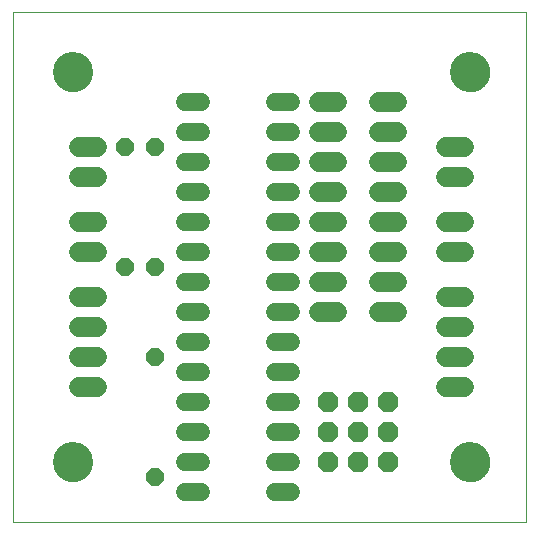
<source format=gts>
G75*
%MOIN*%
%OFA0B0*%
%FSLAX25Y25*%
%IPPOS*%
%LPD*%
%AMOC8*
5,1,8,0,0,1.08239X$1,22.5*
%
%ADD10C,0.00000*%
%ADD11C,0.13398*%
%ADD12C,0.06000*%
%ADD13C,0.06800*%
%ADD14OC8,0.06800*%
%ADD15OC8,0.06000*%
D10*
X0021500Y0004000D02*
X0021500Y0173961D01*
X0192701Y0173961D01*
X0192701Y0004000D01*
X0021500Y0004000D01*
X0035201Y0024000D02*
X0035203Y0024158D01*
X0035209Y0024316D01*
X0035219Y0024474D01*
X0035233Y0024632D01*
X0035251Y0024789D01*
X0035272Y0024946D01*
X0035298Y0025102D01*
X0035328Y0025258D01*
X0035361Y0025413D01*
X0035399Y0025566D01*
X0035440Y0025719D01*
X0035485Y0025871D01*
X0035534Y0026022D01*
X0035587Y0026171D01*
X0035643Y0026319D01*
X0035703Y0026465D01*
X0035767Y0026610D01*
X0035835Y0026753D01*
X0035906Y0026895D01*
X0035980Y0027035D01*
X0036058Y0027172D01*
X0036140Y0027308D01*
X0036224Y0027442D01*
X0036313Y0027573D01*
X0036404Y0027702D01*
X0036499Y0027829D01*
X0036596Y0027954D01*
X0036697Y0028076D01*
X0036801Y0028195D01*
X0036908Y0028312D01*
X0037018Y0028426D01*
X0037131Y0028537D01*
X0037246Y0028646D01*
X0037364Y0028751D01*
X0037485Y0028853D01*
X0037608Y0028953D01*
X0037734Y0029049D01*
X0037862Y0029142D01*
X0037992Y0029232D01*
X0038125Y0029318D01*
X0038260Y0029402D01*
X0038396Y0029481D01*
X0038535Y0029558D01*
X0038676Y0029630D01*
X0038818Y0029700D01*
X0038962Y0029765D01*
X0039108Y0029827D01*
X0039255Y0029885D01*
X0039404Y0029940D01*
X0039554Y0029991D01*
X0039705Y0030038D01*
X0039857Y0030081D01*
X0040010Y0030120D01*
X0040165Y0030156D01*
X0040320Y0030187D01*
X0040476Y0030215D01*
X0040632Y0030239D01*
X0040789Y0030259D01*
X0040947Y0030275D01*
X0041104Y0030287D01*
X0041263Y0030295D01*
X0041421Y0030299D01*
X0041579Y0030299D01*
X0041737Y0030295D01*
X0041896Y0030287D01*
X0042053Y0030275D01*
X0042211Y0030259D01*
X0042368Y0030239D01*
X0042524Y0030215D01*
X0042680Y0030187D01*
X0042835Y0030156D01*
X0042990Y0030120D01*
X0043143Y0030081D01*
X0043295Y0030038D01*
X0043446Y0029991D01*
X0043596Y0029940D01*
X0043745Y0029885D01*
X0043892Y0029827D01*
X0044038Y0029765D01*
X0044182Y0029700D01*
X0044324Y0029630D01*
X0044465Y0029558D01*
X0044604Y0029481D01*
X0044740Y0029402D01*
X0044875Y0029318D01*
X0045008Y0029232D01*
X0045138Y0029142D01*
X0045266Y0029049D01*
X0045392Y0028953D01*
X0045515Y0028853D01*
X0045636Y0028751D01*
X0045754Y0028646D01*
X0045869Y0028537D01*
X0045982Y0028426D01*
X0046092Y0028312D01*
X0046199Y0028195D01*
X0046303Y0028076D01*
X0046404Y0027954D01*
X0046501Y0027829D01*
X0046596Y0027702D01*
X0046687Y0027573D01*
X0046776Y0027442D01*
X0046860Y0027308D01*
X0046942Y0027172D01*
X0047020Y0027035D01*
X0047094Y0026895D01*
X0047165Y0026753D01*
X0047233Y0026610D01*
X0047297Y0026465D01*
X0047357Y0026319D01*
X0047413Y0026171D01*
X0047466Y0026022D01*
X0047515Y0025871D01*
X0047560Y0025719D01*
X0047601Y0025566D01*
X0047639Y0025413D01*
X0047672Y0025258D01*
X0047702Y0025102D01*
X0047728Y0024946D01*
X0047749Y0024789D01*
X0047767Y0024632D01*
X0047781Y0024474D01*
X0047791Y0024316D01*
X0047797Y0024158D01*
X0047799Y0024000D01*
X0047797Y0023842D01*
X0047791Y0023684D01*
X0047781Y0023526D01*
X0047767Y0023368D01*
X0047749Y0023211D01*
X0047728Y0023054D01*
X0047702Y0022898D01*
X0047672Y0022742D01*
X0047639Y0022587D01*
X0047601Y0022434D01*
X0047560Y0022281D01*
X0047515Y0022129D01*
X0047466Y0021978D01*
X0047413Y0021829D01*
X0047357Y0021681D01*
X0047297Y0021535D01*
X0047233Y0021390D01*
X0047165Y0021247D01*
X0047094Y0021105D01*
X0047020Y0020965D01*
X0046942Y0020828D01*
X0046860Y0020692D01*
X0046776Y0020558D01*
X0046687Y0020427D01*
X0046596Y0020298D01*
X0046501Y0020171D01*
X0046404Y0020046D01*
X0046303Y0019924D01*
X0046199Y0019805D01*
X0046092Y0019688D01*
X0045982Y0019574D01*
X0045869Y0019463D01*
X0045754Y0019354D01*
X0045636Y0019249D01*
X0045515Y0019147D01*
X0045392Y0019047D01*
X0045266Y0018951D01*
X0045138Y0018858D01*
X0045008Y0018768D01*
X0044875Y0018682D01*
X0044740Y0018598D01*
X0044604Y0018519D01*
X0044465Y0018442D01*
X0044324Y0018370D01*
X0044182Y0018300D01*
X0044038Y0018235D01*
X0043892Y0018173D01*
X0043745Y0018115D01*
X0043596Y0018060D01*
X0043446Y0018009D01*
X0043295Y0017962D01*
X0043143Y0017919D01*
X0042990Y0017880D01*
X0042835Y0017844D01*
X0042680Y0017813D01*
X0042524Y0017785D01*
X0042368Y0017761D01*
X0042211Y0017741D01*
X0042053Y0017725D01*
X0041896Y0017713D01*
X0041737Y0017705D01*
X0041579Y0017701D01*
X0041421Y0017701D01*
X0041263Y0017705D01*
X0041104Y0017713D01*
X0040947Y0017725D01*
X0040789Y0017741D01*
X0040632Y0017761D01*
X0040476Y0017785D01*
X0040320Y0017813D01*
X0040165Y0017844D01*
X0040010Y0017880D01*
X0039857Y0017919D01*
X0039705Y0017962D01*
X0039554Y0018009D01*
X0039404Y0018060D01*
X0039255Y0018115D01*
X0039108Y0018173D01*
X0038962Y0018235D01*
X0038818Y0018300D01*
X0038676Y0018370D01*
X0038535Y0018442D01*
X0038396Y0018519D01*
X0038260Y0018598D01*
X0038125Y0018682D01*
X0037992Y0018768D01*
X0037862Y0018858D01*
X0037734Y0018951D01*
X0037608Y0019047D01*
X0037485Y0019147D01*
X0037364Y0019249D01*
X0037246Y0019354D01*
X0037131Y0019463D01*
X0037018Y0019574D01*
X0036908Y0019688D01*
X0036801Y0019805D01*
X0036697Y0019924D01*
X0036596Y0020046D01*
X0036499Y0020171D01*
X0036404Y0020298D01*
X0036313Y0020427D01*
X0036224Y0020558D01*
X0036140Y0020692D01*
X0036058Y0020828D01*
X0035980Y0020965D01*
X0035906Y0021105D01*
X0035835Y0021247D01*
X0035767Y0021390D01*
X0035703Y0021535D01*
X0035643Y0021681D01*
X0035587Y0021829D01*
X0035534Y0021978D01*
X0035485Y0022129D01*
X0035440Y0022281D01*
X0035399Y0022434D01*
X0035361Y0022587D01*
X0035328Y0022742D01*
X0035298Y0022898D01*
X0035272Y0023054D01*
X0035251Y0023211D01*
X0035233Y0023368D01*
X0035219Y0023526D01*
X0035209Y0023684D01*
X0035203Y0023842D01*
X0035201Y0024000D01*
X0167701Y0024000D02*
X0167703Y0024158D01*
X0167709Y0024316D01*
X0167719Y0024474D01*
X0167733Y0024632D01*
X0167751Y0024789D01*
X0167772Y0024946D01*
X0167798Y0025102D01*
X0167828Y0025258D01*
X0167861Y0025413D01*
X0167899Y0025566D01*
X0167940Y0025719D01*
X0167985Y0025871D01*
X0168034Y0026022D01*
X0168087Y0026171D01*
X0168143Y0026319D01*
X0168203Y0026465D01*
X0168267Y0026610D01*
X0168335Y0026753D01*
X0168406Y0026895D01*
X0168480Y0027035D01*
X0168558Y0027172D01*
X0168640Y0027308D01*
X0168724Y0027442D01*
X0168813Y0027573D01*
X0168904Y0027702D01*
X0168999Y0027829D01*
X0169096Y0027954D01*
X0169197Y0028076D01*
X0169301Y0028195D01*
X0169408Y0028312D01*
X0169518Y0028426D01*
X0169631Y0028537D01*
X0169746Y0028646D01*
X0169864Y0028751D01*
X0169985Y0028853D01*
X0170108Y0028953D01*
X0170234Y0029049D01*
X0170362Y0029142D01*
X0170492Y0029232D01*
X0170625Y0029318D01*
X0170760Y0029402D01*
X0170896Y0029481D01*
X0171035Y0029558D01*
X0171176Y0029630D01*
X0171318Y0029700D01*
X0171462Y0029765D01*
X0171608Y0029827D01*
X0171755Y0029885D01*
X0171904Y0029940D01*
X0172054Y0029991D01*
X0172205Y0030038D01*
X0172357Y0030081D01*
X0172510Y0030120D01*
X0172665Y0030156D01*
X0172820Y0030187D01*
X0172976Y0030215D01*
X0173132Y0030239D01*
X0173289Y0030259D01*
X0173447Y0030275D01*
X0173604Y0030287D01*
X0173763Y0030295D01*
X0173921Y0030299D01*
X0174079Y0030299D01*
X0174237Y0030295D01*
X0174396Y0030287D01*
X0174553Y0030275D01*
X0174711Y0030259D01*
X0174868Y0030239D01*
X0175024Y0030215D01*
X0175180Y0030187D01*
X0175335Y0030156D01*
X0175490Y0030120D01*
X0175643Y0030081D01*
X0175795Y0030038D01*
X0175946Y0029991D01*
X0176096Y0029940D01*
X0176245Y0029885D01*
X0176392Y0029827D01*
X0176538Y0029765D01*
X0176682Y0029700D01*
X0176824Y0029630D01*
X0176965Y0029558D01*
X0177104Y0029481D01*
X0177240Y0029402D01*
X0177375Y0029318D01*
X0177508Y0029232D01*
X0177638Y0029142D01*
X0177766Y0029049D01*
X0177892Y0028953D01*
X0178015Y0028853D01*
X0178136Y0028751D01*
X0178254Y0028646D01*
X0178369Y0028537D01*
X0178482Y0028426D01*
X0178592Y0028312D01*
X0178699Y0028195D01*
X0178803Y0028076D01*
X0178904Y0027954D01*
X0179001Y0027829D01*
X0179096Y0027702D01*
X0179187Y0027573D01*
X0179276Y0027442D01*
X0179360Y0027308D01*
X0179442Y0027172D01*
X0179520Y0027035D01*
X0179594Y0026895D01*
X0179665Y0026753D01*
X0179733Y0026610D01*
X0179797Y0026465D01*
X0179857Y0026319D01*
X0179913Y0026171D01*
X0179966Y0026022D01*
X0180015Y0025871D01*
X0180060Y0025719D01*
X0180101Y0025566D01*
X0180139Y0025413D01*
X0180172Y0025258D01*
X0180202Y0025102D01*
X0180228Y0024946D01*
X0180249Y0024789D01*
X0180267Y0024632D01*
X0180281Y0024474D01*
X0180291Y0024316D01*
X0180297Y0024158D01*
X0180299Y0024000D01*
X0180297Y0023842D01*
X0180291Y0023684D01*
X0180281Y0023526D01*
X0180267Y0023368D01*
X0180249Y0023211D01*
X0180228Y0023054D01*
X0180202Y0022898D01*
X0180172Y0022742D01*
X0180139Y0022587D01*
X0180101Y0022434D01*
X0180060Y0022281D01*
X0180015Y0022129D01*
X0179966Y0021978D01*
X0179913Y0021829D01*
X0179857Y0021681D01*
X0179797Y0021535D01*
X0179733Y0021390D01*
X0179665Y0021247D01*
X0179594Y0021105D01*
X0179520Y0020965D01*
X0179442Y0020828D01*
X0179360Y0020692D01*
X0179276Y0020558D01*
X0179187Y0020427D01*
X0179096Y0020298D01*
X0179001Y0020171D01*
X0178904Y0020046D01*
X0178803Y0019924D01*
X0178699Y0019805D01*
X0178592Y0019688D01*
X0178482Y0019574D01*
X0178369Y0019463D01*
X0178254Y0019354D01*
X0178136Y0019249D01*
X0178015Y0019147D01*
X0177892Y0019047D01*
X0177766Y0018951D01*
X0177638Y0018858D01*
X0177508Y0018768D01*
X0177375Y0018682D01*
X0177240Y0018598D01*
X0177104Y0018519D01*
X0176965Y0018442D01*
X0176824Y0018370D01*
X0176682Y0018300D01*
X0176538Y0018235D01*
X0176392Y0018173D01*
X0176245Y0018115D01*
X0176096Y0018060D01*
X0175946Y0018009D01*
X0175795Y0017962D01*
X0175643Y0017919D01*
X0175490Y0017880D01*
X0175335Y0017844D01*
X0175180Y0017813D01*
X0175024Y0017785D01*
X0174868Y0017761D01*
X0174711Y0017741D01*
X0174553Y0017725D01*
X0174396Y0017713D01*
X0174237Y0017705D01*
X0174079Y0017701D01*
X0173921Y0017701D01*
X0173763Y0017705D01*
X0173604Y0017713D01*
X0173447Y0017725D01*
X0173289Y0017741D01*
X0173132Y0017761D01*
X0172976Y0017785D01*
X0172820Y0017813D01*
X0172665Y0017844D01*
X0172510Y0017880D01*
X0172357Y0017919D01*
X0172205Y0017962D01*
X0172054Y0018009D01*
X0171904Y0018060D01*
X0171755Y0018115D01*
X0171608Y0018173D01*
X0171462Y0018235D01*
X0171318Y0018300D01*
X0171176Y0018370D01*
X0171035Y0018442D01*
X0170896Y0018519D01*
X0170760Y0018598D01*
X0170625Y0018682D01*
X0170492Y0018768D01*
X0170362Y0018858D01*
X0170234Y0018951D01*
X0170108Y0019047D01*
X0169985Y0019147D01*
X0169864Y0019249D01*
X0169746Y0019354D01*
X0169631Y0019463D01*
X0169518Y0019574D01*
X0169408Y0019688D01*
X0169301Y0019805D01*
X0169197Y0019924D01*
X0169096Y0020046D01*
X0168999Y0020171D01*
X0168904Y0020298D01*
X0168813Y0020427D01*
X0168724Y0020558D01*
X0168640Y0020692D01*
X0168558Y0020828D01*
X0168480Y0020965D01*
X0168406Y0021105D01*
X0168335Y0021247D01*
X0168267Y0021390D01*
X0168203Y0021535D01*
X0168143Y0021681D01*
X0168087Y0021829D01*
X0168034Y0021978D01*
X0167985Y0022129D01*
X0167940Y0022281D01*
X0167899Y0022434D01*
X0167861Y0022587D01*
X0167828Y0022742D01*
X0167798Y0022898D01*
X0167772Y0023054D01*
X0167751Y0023211D01*
X0167733Y0023368D01*
X0167719Y0023526D01*
X0167709Y0023684D01*
X0167703Y0023842D01*
X0167701Y0024000D01*
X0167701Y0154000D02*
X0167703Y0154158D01*
X0167709Y0154316D01*
X0167719Y0154474D01*
X0167733Y0154632D01*
X0167751Y0154789D01*
X0167772Y0154946D01*
X0167798Y0155102D01*
X0167828Y0155258D01*
X0167861Y0155413D01*
X0167899Y0155566D01*
X0167940Y0155719D01*
X0167985Y0155871D01*
X0168034Y0156022D01*
X0168087Y0156171D01*
X0168143Y0156319D01*
X0168203Y0156465D01*
X0168267Y0156610D01*
X0168335Y0156753D01*
X0168406Y0156895D01*
X0168480Y0157035D01*
X0168558Y0157172D01*
X0168640Y0157308D01*
X0168724Y0157442D01*
X0168813Y0157573D01*
X0168904Y0157702D01*
X0168999Y0157829D01*
X0169096Y0157954D01*
X0169197Y0158076D01*
X0169301Y0158195D01*
X0169408Y0158312D01*
X0169518Y0158426D01*
X0169631Y0158537D01*
X0169746Y0158646D01*
X0169864Y0158751D01*
X0169985Y0158853D01*
X0170108Y0158953D01*
X0170234Y0159049D01*
X0170362Y0159142D01*
X0170492Y0159232D01*
X0170625Y0159318D01*
X0170760Y0159402D01*
X0170896Y0159481D01*
X0171035Y0159558D01*
X0171176Y0159630D01*
X0171318Y0159700D01*
X0171462Y0159765D01*
X0171608Y0159827D01*
X0171755Y0159885D01*
X0171904Y0159940D01*
X0172054Y0159991D01*
X0172205Y0160038D01*
X0172357Y0160081D01*
X0172510Y0160120D01*
X0172665Y0160156D01*
X0172820Y0160187D01*
X0172976Y0160215D01*
X0173132Y0160239D01*
X0173289Y0160259D01*
X0173447Y0160275D01*
X0173604Y0160287D01*
X0173763Y0160295D01*
X0173921Y0160299D01*
X0174079Y0160299D01*
X0174237Y0160295D01*
X0174396Y0160287D01*
X0174553Y0160275D01*
X0174711Y0160259D01*
X0174868Y0160239D01*
X0175024Y0160215D01*
X0175180Y0160187D01*
X0175335Y0160156D01*
X0175490Y0160120D01*
X0175643Y0160081D01*
X0175795Y0160038D01*
X0175946Y0159991D01*
X0176096Y0159940D01*
X0176245Y0159885D01*
X0176392Y0159827D01*
X0176538Y0159765D01*
X0176682Y0159700D01*
X0176824Y0159630D01*
X0176965Y0159558D01*
X0177104Y0159481D01*
X0177240Y0159402D01*
X0177375Y0159318D01*
X0177508Y0159232D01*
X0177638Y0159142D01*
X0177766Y0159049D01*
X0177892Y0158953D01*
X0178015Y0158853D01*
X0178136Y0158751D01*
X0178254Y0158646D01*
X0178369Y0158537D01*
X0178482Y0158426D01*
X0178592Y0158312D01*
X0178699Y0158195D01*
X0178803Y0158076D01*
X0178904Y0157954D01*
X0179001Y0157829D01*
X0179096Y0157702D01*
X0179187Y0157573D01*
X0179276Y0157442D01*
X0179360Y0157308D01*
X0179442Y0157172D01*
X0179520Y0157035D01*
X0179594Y0156895D01*
X0179665Y0156753D01*
X0179733Y0156610D01*
X0179797Y0156465D01*
X0179857Y0156319D01*
X0179913Y0156171D01*
X0179966Y0156022D01*
X0180015Y0155871D01*
X0180060Y0155719D01*
X0180101Y0155566D01*
X0180139Y0155413D01*
X0180172Y0155258D01*
X0180202Y0155102D01*
X0180228Y0154946D01*
X0180249Y0154789D01*
X0180267Y0154632D01*
X0180281Y0154474D01*
X0180291Y0154316D01*
X0180297Y0154158D01*
X0180299Y0154000D01*
X0180297Y0153842D01*
X0180291Y0153684D01*
X0180281Y0153526D01*
X0180267Y0153368D01*
X0180249Y0153211D01*
X0180228Y0153054D01*
X0180202Y0152898D01*
X0180172Y0152742D01*
X0180139Y0152587D01*
X0180101Y0152434D01*
X0180060Y0152281D01*
X0180015Y0152129D01*
X0179966Y0151978D01*
X0179913Y0151829D01*
X0179857Y0151681D01*
X0179797Y0151535D01*
X0179733Y0151390D01*
X0179665Y0151247D01*
X0179594Y0151105D01*
X0179520Y0150965D01*
X0179442Y0150828D01*
X0179360Y0150692D01*
X0179276Y0150558D01*
X0179187Y0150427D01*
X0179096Y0150298D01*
X0179001Y0150171D01*
X0178904Y0150046D01*
X0178803Y0149924D01*
X0178699Y0149805D01*
X0178592Y0149688D01*
X0178482Y0149574D01*
X0178369Y0149463D01*
X0178254Y0149354D01*
X0178136Y0149249D01*
X0178015Y0149147D01*
X0177892Y0149047D01*
X0177766Y0148951D01*
X0177638Y0148858D01*
X0177508Y0148768D01*
X0177375Y0148682D01*
X0177240Y0148598D01*
X0177104Y0148519D01*
X0176965Y0148442D01*
X0176824Y0148370D01*
X0176682Y0148300D01*
X0176538Y0148235D01*
X0176392Y0148173D01*
X0176245Y0148115D01*
X0176096Y0148060D01*
X0175946Y0148009D01*
X0175795Y0147962D01*
X0175643Y0147919D01*
X0175490Y0147880D01*
X0175335Y0147844D01*
X0175180Y0147813D01*
X0175024Y0147785D01*
X0174868Y0147761D01*
X0174711Y0147741D01*
X0174553Y0147725D01*
X0174396Y0147713D01*
X0174237Y0147705D01*
X0174079Y0147701D01*
X0173921Y0147701D01*
X0173763Y0147705D01*
X0173604Y0147713D01*
X0173447Y0147725D01*
X0173289Y0147741D01*
X0173132Y0147761D01*
X0172976Y0147785D01*
X0172820Y0147813D01*
X0172665Y0147844D01*
X0172510Y0147880D01*
X0172357Y0147919D01*
X0172205Y0147962D01*
X0172054Y0148009D01*
X0171904Y0148060D01*
X0171755Y0148115D01*
X0171608Y0148173D01*
X0171462Y0148235D01*
X0171318Y0148300D01*
X0171176Y0148370D01*
X0171035Y0148442D01*
X0170896Y0148519D01*
X0170760Y0148598D01*
X0170625Y0148682D01*
X0170492Y0148768D01*
X0170362Y0148858D01*
X0170234Y0148951D01*
X0170108Y0149047D01*
X0169985Y0149147D01*
X0169864Y0149249D01*
X0169746Y0149354D01*
X0169631Y0149463D01*
X0169518Y0149574D01*
X0169408Y0149688D01*
X0169301Y0149805D01*
X0169197Y0149924D01*
X0169096Y0150046D01*
X0168999Y0150171D01*
X0168904Y0150298D01*
X0168813Y0150427D01*
X0168724Y0150558D01*
X0168640Y0150692D01*
X0168558Y0150828D01*
X0168480Y0150965D01*
X0168406Y0151105D01*
X0168335Y0151247D01*
X0168267Y0151390D01*
X0168203Y0151535D01*
X0168143Y0151681D01*
X0168087Y0151829D01*
X0168034Y0151978D01*
X0167985Y0152129D01*
X0167940Y0152281D01*
X0167899Y0152434D01*
X0167861Y0152587D01*
X0167828Y0152742D01*
X0167798Y0152898D01*
X0167772Y0153054D01*
X0167751Y0153211D01*
X0167733Y0153368D01*
X0167719Y0153526D01*
X0167709Y0153684D01*
X0167703Y0153842D01*
X0167701Y0154000D01*
X0035201Y0154000D02*
X0035203Y0154158D01*
X0035209Y0154316D01*
X0035219Y0154474D01*
X0035233Y0154632D01*
X0035251Y0154789D01*
X0035272Y0154946D01*
X0035298Y0155102D01*
X0035328Y0155258D01*
X0035361Y0155413D01*
X0035399Y0155566D01*
X0035440Y0155719D01*
X0035485Y0155871D01*
X0035534Y0156022D01*
X0035587Y0156171D01*
X0035643Y0156319D01*
X0035703Y0156465D01*
X0035767Y0156610D01*
X0035835Y0156753D01*
X0035906Y0156895D01*
X0035980Y0157035D01*
X0036058Y0157172D01*
X0036140Y0157308D01*
X0036224Y0157442D01*
X0036313Y0157573D01*
X0036404Y0157702D01*
X0036499Y0157829D01*
X0036596Y0157954D01*
X0036697Y0158076D01*
X0036801Y0158195D01*
X0036908Y0158312D01*
X0037018Y0158426D01*
X0037131Y0158537D01*
X0037246Y0158646D01*
X0037364Y0158751D01*
X0037485Y0158853D01*
X0037608Y0158953D01*
X0037734Y0159049D01*
X0037862Y0159142D01*
X0037992Y0159232D01*
X0038125Y0159318D01*
X0038260Y0159402D01*
X0038396Y0159481D01*
X0038535Y0159558D01*
X0038676Y0159630D01*
X0038818Y0159700D01*
X0038962Y0159765D01*
X0039108Y0159827D01*
X0039255Y0159885D01*
X0039404Y0159940D01*
X0039554Y0159991D01*
X0039705Y0160038D01*
X0039857Y0160081D01*
X0040010Y0160120D01*
X0040165Y0160156D01*
X0040320Y0160187D01*
X0040476Y0160215D01*
X0040632Y0160239D01*
X0040789Y0160259D01*
X0040947Y0160275D01*
X0041104Y0160287D01*
X0041263Y0160295D01*
X0041421Y0160299D01*
X0041579Y0160299D01*
X0041737Y0160295D01*
X0041896Y0160287D01*
X0042053Y0160275D01*
X0042211Y0160259D01*
X0042368Y0160239D01*
X0042524Y0160215D01*
X0042680Y0160187D01*
X0042835Y0160156D01*
X0042990Y0160120D01*
X0043143Y0160081D01*
X0043295Y0160038D01*
X0043446Y0159991D01*
X0043596Y0159940D01*
X0043745Y0159885D01*
X0043892Y0159827D01*
X0044038Y0159765D01*
X0044182Y0159700D01*
X0044324Y0159630D01*
X0044465Y0159558D01*
X0044604Y0159481D01*
X0044740Y0159402D01*
X0044875Y0159318D01*
X0045008Y0159232D01*
X0045138Y0159142D01*
X0045266Y0159049D01*
X0045392Y0158953D01*
X0045515Y0158853D01*
X0045636Y0158751D01*
X0045754Y0158646D01*
X0045869Y0158537D01*
X0045982Y0158426D01*
X0046092Y0158312D01*
X0046199Y0158195D01*
X0046303Y0158076D01*
X0046404Y0157954D01*
X0046501Y0157829D01*
X0046596Y0157702D01*
X0046687Y0157573D01*
X0046776Y0157442D01*
X0046860Y0157308D01*
X0046942Y0157172D01*
X0047020Y0157035D01*
X0047094Y0156895D01*
X0047165Y0156753D01*
X0047233Y0156610D01*
X0047297Y0156465D01*
X0047357Y0156319D01*
X0047413Y0156171D01*
X0047466Y0156022D01*
X0047515Y0155871D01*
X0047560Y0155719D01*
X0047601Y0155566D01*
X0047639Y0155413D01*
X0047672Y0155258D01*
X0047702Y0155102D01*
X0047728Y0154946D01*
X0047749Y0154789D01*
X0047767Y0154632D01*
X0047781Y0154474D01*
X0047791Y0154316D01*
X0047797Y0154158D01*
X0047799Y0154000D01*
X0047797Y0153842D01*
X0047791Y0153684D01*
X0047781Y0153526D01*
X0047767Y0153368D01*
X0047749Y0153211D01*
X0047728Y0153054D01*
X0047702Y0152898D01*
X0047672Y0152742D01*
X0047639Y0152587D01*
X0047601Y0152434D01*
X0047560Y0152281D01*
X0047515Y0152129D01*
X0047466Y0151978D01*
X0047413Y0151829D01*
X0047357Y0151681D01*
X0047297Y0151535D01*
X0047233Y0151390D01*
X0047165Y0151247D01*
X0047094Y0151105D01*
X0047020Y0150965D01*
X0046942Y0150828D01*
X0046860Y0150692D01*
X0046776Y0150558D01*
X0046687Y0150427D01*
X0046596Y0150298D01*
X0046501Y0150171D01*
X0046404Y0150046D01*
X0046303Y0149924D01*
X0046199Y0149805D01*
X0046092Y0149688D01*
X0045982Y0149574D01*
X0045869Y0149463D01*
X0045754Y0149354D01*
X0045636Y0149249D01*
X0045515Y0149147D01*
X0045392Y0149047D01*
X0045266Y0148951D01*
X0045138Y0148858D01*
X0045008Y0148768D01*
X0044875Y0148682D01*
X0044740Y0148598D01*
X0044604Y0148519D01*
X0044465Y0148442D01*
X0044324Y0148370D01*
X0044182Y0148300D01*
X0044038Y0148235D01*
X0043892Y0148173D01*
X0043745Y0148115D01*
X0043596Y0148060D01*
X0043446Y0148009D01*
X0043295Y0147962D01*
X0043143Y0147919D01*
X0042990Y0147880D01*
X0042835Y0147844D01*
X0042680Y0147813D01*
X0042524Y0147785D01*
X0042368Y0147761D01*
X0042211Y0147741D01*
X0042053Y0147725D01*
X0041896Y0147713D01*
X0041737Y0147705D01*
X0041579Y0147701D01*
X0041421Y0147701D01*
X0041263Y0147705D01*
X0041104Y0147713D01*
X0040947Y0147725D01*
X0040789Y0147741D01*
X0040632Y0147761D01*
X0040476Y0147785D01*
X0040320Y0147813D01*
X0040165Y0147844D01*
X0040010Y0147880D01*
X0039857Y0147919D01*
X0039705Y0147962D01*
X0039554Y0148009D01*
X0039404Y0148060D01*
X0039255Y0148115D01*
X0039108Y0148173D01*
X0038962Y0148235D01*
X0038818Y0148300D01*
X0038676Y0148370D01*
X0038535Y0148442D01*
X0038396Y0148519D01*
X0038260Y0148598D01*
X0038125Y0148682D01*
X0037992Y0148768D01*
X0037862Y0148858D01*
X0037734Y0148951D01*
X0037608Y0149047D01*
X0037485Y0149147D01*
X0037364Y0149249D01*
X0037246Y0149354D01*
X0037131Y0149463D01*
X0037018Y0149574D01*
X0036908Y0149688D01*
X0036801Y0149805D01*
X0036697Y0149924D01*
X0036596Y0150046D01*
X0036499Y0150171D01*
X0036404Y0150298D01*
X0036313Y0150427D01*
X0036224Y0150558D01*
X0036140Y0150692D01*
X0036058Y0150828D01*
X0035980Y0150965D01*
X0035906Y0151105D01*
X0035835Y0151247D01*
X0035767Y0151390D01*
X0035703Y0151535D01*
X0035643Y0151681D01*
X0035587Y0151829D01*
X0035534Y0151978D01*
X0035485Y0152129D01*
X0035440Y0152281D01*
X0035399Y0152434D01*
X0035361Y0152587D01*
X0035328Y0152742D01*
X0035298Y0152898D01*
X0035272Y0153054D01*
X0035251Y0153211D01*
X0035233Y0153368D01*
X0035219Y0153526D01*
X0035209Y0153684D01*
X0035203Y0153842D01*
X0035201Y0154000D01*
D11*
X0041500Y0154000D03*
X0174000Y0154000D03*
X0174000Y0024000D03*
X0041500Y0024000D03*
D12*
X0078900Y0024000D02*
X0084100Y0024000D01*
X0084100Y0014000D02*
X0078900Y0014000D01*
X0078900Y0034000D02*
X0084100Y0034000D01*
X0084100Y0044000D02*
X0078900Y0044000D01*
X0078900Y0054000D02*
X0084100Y0054000D01*
X0084100Y0064000D02*
X0078900Y0064000D01*
X0078900Y0074000D02*
X0084100Y0074000D01*
X0084100Y0084000D02*
X0078900Y0084000D01*
X0078900Y0094000D02*
X0084100Y0094000D01*
X0084100Y0104000D02*
X0078900Y0104000D01*
X0078900Y0114000D02*
X0084100Y0114000D01*
X0084100Y0124000D02*
X0078900Y0124000D01*
X0078900Y0134000D02*
X0084100Y0134000D01*
X0084100Y0144000D02*
X0078900Y0144000D01*
X0108900Y0144000D02*
X0114100Y0144000D01*
X0114100Y0134000D02*
X0108900Y0134000D01*
X0108900Y0124000D02*
X0114100Y0124000D01*
X0114100Y0114000D02*
X0108900Y0114000D01*
X0108900Y0104000D02*
X0114100Y0104000D01*
X0114100Y0094000D02*
X0108900Y0094000D01*
X0108900Y0084000D02*
X0114100Y0084000D01*
X0114100Y0074000D02*
X0108900Y0074000D01*
X0108900Y0064000D02*
X0114100Y0064000D01*
X0114100Y0054000D02*
X0108900Y0054000D01*
X0108900Y0044000D02*
X0114100Y0044000D01*
X0114100Y0034000D02*
X0108900Y0034000D01*
X0108900Y0024000D02*
X0114100Y0024000D01*
X0114100Y0014000D02*
X0108900Y0014000D01*
D13*
X0166000Y0049000D02*
X0172000Y0049000D01*
X0172000Y0059000D02*
X0166000Y0059000D01*
X0166000Y0069000D02*
X0172000Y0069000D01*
X0172000Y0079000D02*
X0166000Y0079000D01*
X0166000Y0094000D02*
X0172000Y0094000D01*
X0172000Y0104000D02*
X0166000Y0104000D01*
X0166000Y0119000D02*
X0172000Y0119000D01*
X0172000Y0129000D02*
X0166000Y0129000D01*
X0149500Y0124000D02*
X0143500Y0124000D01*
X0143500Y0114000D02*
X0149500Y0114000D01*
X0149500Y0104000D02*
X0143500Y0104000D01*
X0143500Y0094000D02*
X0149500Y0094000D01*
X0149500Y0084000D02*
X0143500Y0084000D01*
X0143500Y0074000D02*
X0149500Y0074000D01*
X0129500Y0074000D02*
X0123500Y0074000D01*
X0123500Y0084000D02*
X0129500Y0084000D01*
X0129500Y0094000D02*
X0123500Y0094000D01*
X0123500Y0104000D02*
X0129500Y0104000D01*
X0129500Y0114000D02*
X0123500Y0114000D01*
X0123500Y0124000D02*
X0129500Y0124000D01*
X0129500Y0134000D02*
X0123500Y0134000D01*
X0123500Y0144000D02*
X0129500Y0144000D01*
X0143500Y0144000D02*
X0149500Y0144000D01*
X0149500Y0134000D02*
X0143500Y0134000D01*
X0049500Y0129000D02*
X0043500Y0129000D01*
X0043500Y0119000D02*
X0049500Y0119000D01*
X0049500Y0104000D02*
X0043500Y0104000D01*
X0043500Y0094000D02*
X0049500Y0094000D01*
X0049500Y0079000D02*
X0043500Y0079000D01*
X0043500Y0069000D02*
X0049500Y0069000D01*
X0049500Y0059000D02*
X0043500Y0059000D01*
X0043500Y0049000D02*
X0049500Y0049000D01*
D14*
X0126500Y0044000D03*
X0136500Y0044000D03*
X0136500Y0044000D03*
X0146500Y0044000D03*
X0146500Y0034000D03*
X0136500Y0034000D03*
X0136500Y0034000D03*
X0126500Y0034000D03*
X0126500Y0024000D03*
X0136500Y0024000D03*
X0136500Y0024000D03*
X0146500Y0024000D03*
D15*
X0069000Y0019000D03*
X0069000Y0059000D03*
X0069000Y0089000D03*
X0059000Y0089000D03*
X0059000Y0129000D03*
X0069000Y0129000D03*
M02*

</source>
